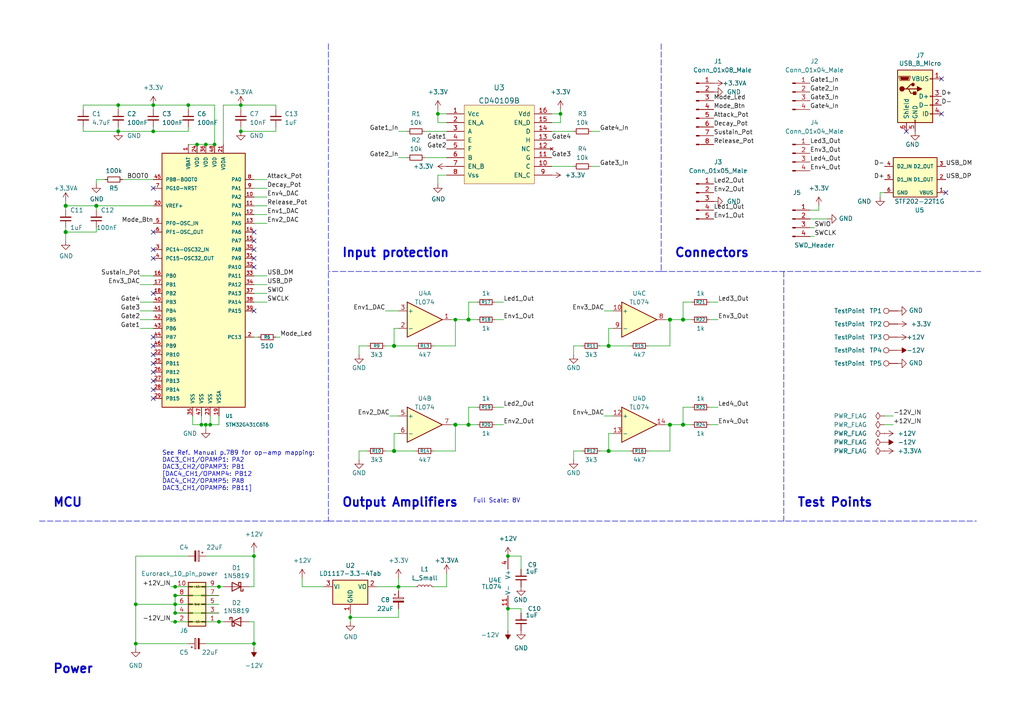
<source format=kicad_sch>
(kicad_sch (version 20230121) (generator eeschema)
  (paper "A4")
  (title_block (title "QuadEnv") (date "2023-03-09") (rev "2.0") (company "Mountjoy Modular"))
  (junction (at 19.05 59.69) (diameter 1.016))
  (junction (at 147.32 161.29))
  (junction (at 135.89 123.19) (diameter 1.016))
  (junction (at 34.29 30.48))
  (junction (at 54.61 30.48))
  (junction (at 69.85 38.1))
  (junction (at 135.89 92.71) (diameter 1.016))
  (junction (at 60.96 123.19))
  (junction (at 50.8 177.8))
  (junction (at 63.5 170.18))
  (junction (at 57.15 41.91))
  (junction (at 115.57 170.18))
  (junction (at 50.8 180.34))
  (junction (at 50.8 170.18))
  (junction (at 58.42 123.19))
  (junction (at 27.94 59.69) (diameter 1.016))
  (junction (at 39.37 186.69))
  (junction (at 132.08 92.71) (diameter 0.9144))
  (junction (at 59.69 123.19))
  (junction (at 44.45 38.1))
  (junction (at 59.69 41.91))
  (junction (at 50.8 175.26))
  (junction (at 34.29 38.1))
  (junction (at 73.66 161.29))
  (junction (at 69.85 30.48))
  (junction (at 39.37 175.26))
  (junction (at 50.8 172.72))
  (junction (at 176.53 130.81) (diameter 1.016))
  (junction (at 132.08 123.19) (diameter 1.016))
  (junction (at 194.31 123.19) (diameter 1.016))
  (junction (at 127 33.02))
  (junction (at 62.23 41.91))
  (junction (at 44.45 30.48))
  (junction (at 101.6 179.07))
  (junction (at 176.53 100.33) (diameter 1.016))
  (junction (at 19.05 67.31) (diameter 1.016))
  (junction (at 73.66 186.69))
  (junction (at 162.56 33.02))
  (junction (at 147.32 176.53))
  (junction (at 194.31 92.71) (diameter 1.016))
  (junction (at 114.3 100.33) (diameter 1.016))
  (junction (at 198.12 92.71) (diameter 1.016))
  (junction (at 63.5 180.34))
  (junction (at 114.3 130.81) (diameter 1.016))
  (junction (at 198.12 123.19) (diameter 1.016))
  (no_connect (at 44.45 85.09))
  (no_connect (at 44.45 74.93))
  (no_connect (at 73.66 74.93))
  (no_connect (at 44.45 97.79))
  (no_connect (at 44.45 102.87))
  (no_connect (at 73.66 72.39))
  (no_connect (at 44.45 107.95))
  (no_connect (at 274.32 55.88))
  (no_connect (at 73.66 67.31))
  (no_connect (at 44.45 67.31))
  (no_connect (at 44.45 110.49))
  (no_connect (at 44.45 100.33))
  (no_connect (at 273.05 22.86))
  (no_connect (at 44.45 105.41))
  (no_connect (at 273.05 33.02))
  (no_connect (at 73.66 69.85))
  (no_connect (at 44.45 113.03))
  (no_connect (at 73.66 77.47))
  (no_connect (at 44.45 54.61))
  (no_connect (at 73.66 90.17))
  (no_connect (at 44.45 72.39))
  (no_connect (at 262.89 38.1))
  (no_connect (at 44.45 115.57))
  (wire (pts (xy 198.12 118.11) (xy 198.12 123.19)))
  (wire (pts (xy 19.05 58.42) (xy 19.05 59.69)))
  (wire (pts (xy 162.56 33.02) (xy 160.02 33.02)))
  (wire (pts (xy 187.96 100.33) (xy 194.31 100.33)))
  (wire (pts (xy 73.66 57.15) (xy 77.47 57.15)))
  (wire (pts (xy 81.28 97.79) (xy 80.01 97.79)))
  (wire (pts (xy 73.66 52.07) (xy 77.47 52.07)))
  (wire (pts (xy 177.8 90.17) (xy 175.26 90.17)))
  (wire (pts (xy 166.37 48.26) (xy 160.02 48.26)))
  (wire (pts (xy 27.94 52.07) (xy 30.48 52.07)))
  (wire (pts (xy 198.12 118.11) (xy 200.66 118.11)))
  (wire (pts (xy 198.12 123.19) (xy 200.66 123.19)))
  (wire (pts (xy 19.05 67.31) (xy 19.05 69.85)))
  (wire (pts (xy 143.51 118.11) (xy 146.05 118.11)))
  (wire (pts (xy 59.69 41.91) (xy 62.23 41.91)))
  (wire (pts (xy 24.13 30.48) (xy 34.29 30.48)))
  (wire (pts (xy 59.69 123.19) (xy 59.69 124.46)))
  (wire (pts (xy 123.19 38.1) (xy 129.54 38.1)))
  (wire (pts (xy 115.57 45.72) (xy 118.11 45.72)))
  (wire (pts (xy 166.37 38.1) (xy 160.02 38.1)))
  (wire (pts (xy 193.04 92.71) (xy 194.31 92.71)))
  (wire (pts (xy 114.3 95.25) (xy 115.57 95.25)))
  (wire (pts (xy 205.74 118.11) (xy 208.28 118.11)))
  (wire (pts (xy 35.56 52.07) (xy 44.45 52.07)))
  (wire (pts (xy 62.23 41.91) (xy 62.23 30.48)))
  (wire (pts (xy 130.81 123.19) (xy 132.08 123.19)))
  (wire (pts (xy 34.29 30.48) (xy 34.29 31.75)))
  (wire (pts (xy 135.89 87.63) (xy 138.43 87.63)))
  (wire (pts (xy 55.88 120.65) (xy 55.88 123.19)))
  (wire (pts (xy 73.66 85.09) (xy 77.47 85.09)))
  (wire (pts (xy 129.54 35.56) (xy 127 35.56)))
  (polyline (pts (xy 95.25 151.13) (xy 283.21 151.13)) (stroke (width 0) (type dash)))
  (wire (pts (xy 73.66 62.23) (xy 77.47 62.23)))
  (wire (pts (xy 39.37 187.96) (xy 39.37 186.69)))
  (wire (pts (xy 104.14 100.33) (xy 104.14 102.87)))
  (wire (pts (xy 54.61 36.83) (xy 54.61 38.1)))
  (wire (pts (xy 173.99 100.33) (xy 176.53 100.33)))
  (wire (pts (xy 24.13 36.83) (xy 24.13 38.1)))
  (wire (pts (xy 104.14 130.81) (xy 104.14 133.35)))
  (wire (pts (xy 135.89 118.11) (xy 135.89 123.19)))
  (wire (pts (xy 115.57 176.53) (xy 115.57 179.07)))
  (wire (pts (xy 63.5 172.72) (xy 50.8 172.72)))
  (wire (pts (xy 132.08 92.71) (xy 135.89 92.71)))
  (wire (pts (xy 69.85 36.83) (xy 69.85 38.1)))
  (wire (pts (xy 24.13 31.75) (xy 24.13 30.48)))
  (wire (pts (xy 173.99 130.81) (xy 176.53 130.81)))
  (wire (pts (xy 73.66 180.34) (xy 73.66 186.69)))
  (wire (pts (xy 127 53.34) (xy 127 50.8)))
  (wire (pts (xy 72.39 180.34) (xy 73.66 180.34)))
  (wire (pts (xy 50.8 175.26) (xy 50.8 177.8)))
  (wire (pts (xy 135.89 87.63) (xy 135.89 92.71)))
  (wire (pts (xy 166.37 130.81) (xy 166.37 133.35)))
  (wire (pts (xy 80.01 36.83) (xy 80.01 38.1)))
  (wire (pts (xy 87.63 167.64) (xy 87.63 170.18)))
  (wire (pts (xy 19.05 66.04) (xy 19.05 67.31)))
  (wire (pts (xy 69.85 31.75) (xy 69.85 30.48)))
  (wire (pts (xy 80.01 31.75) (xy 80.01 30.48)))
  (wire (pts (xy 255.27 55.88) (xy 256.54 55.88)))
  (wire (pts (xy 205.74 123.19) (xy 208.28 123.19)))
  (wire (pts (xy 127 31.75) (xy 127 33.02)))
  (wire (pts (xy 63.5 177.8) (xy 50.8 177.8)))
  (wire (pts (xy 135.89 123.19) (xy 138.43 123.19)))
  (wire (pts (xy 176.53 130.81) (xy 176.53 125.73)))
  (wire (pts (xy 73.66 160.02) (xy 73.66 161.29)))
  (wire (pts (xy 39.37 175.26) (xy 39.37 186.69)))
  (wire (pts (xy 234.95 63.5) (xy 240.03 63.5)))
  (wire (pts (xy 193.04 123.19) (xy 194.31 123.19)))
  (wire (pts (xy 114.3 130.81) (xy 120.65 130.81)))
  (wire (pts (xy 151.13 176.53) (xy 147.32 176.53)))
  (wire (pts (xy 34.29 38.1) (xy 44.45 38.1)))
  (wire (pts (xy 205.74 92.71) (xy 208.28 92.71)))
  (wire (pts (xy 44.45 30.48) (xy 44.45 31.75)))
  (wire (pts (xy 127 33.02) (xy 129.54 33.02)))
  (wire (pts (xy 101.6 179.07) (xy 101.6 180.34)))
  (wire (pts (xy 176.53 125.73) (xy 177.8 125.73)))
  (wire (pts (xy 39.37 175.26) (xy 50.8 175.26)))
  (wire (pts (xy 173.99 38.1) (xy 171.45 38.1)))
  (wire (pts (xy 114.3 100.33) (xy 114.3 95.25)))
  (wire (pts (xy 147.32 176.53) (xy 147.32 182.88)))
  (wire (pts (xy 40.64 87.63) (xy 44.45 87.63)))
  (wire (pts (xy 73.66 170.18) (xy 73.66 161.29)))
  (wire (pts (xy 176.53 100.33) (xy 182.88 100.33)))
  (wire (pts (xy 194.31 123.19) (xy 198.12 123.19)))
  (wire (pts (xy 27.94 59.69) (xy 27.94 60.96)))
  (wire (pts (xy 27.94 53.34) (xy 27.94 52.07)))
  (wire (pts (xy 127 35.56) (xy 127 33.02)))
  (wire (pts (xy 73.66 80.01) (xy 77.47 80.01)))
  (wire (pts (xy 234.95 66.04) (xy 236.22 66.04)))
  (wire (pts (xy 19.05 59.69) (xy 27.94 59.69)))
  (wire (pts (xy 44.45 38.1) (xy 54.61 38.1)))
  (wire (pts (xy 44.45 36.83) (xy 44.45 38.1)))
  (wire (pts (xy 151.13 161.29) (xy 151.13 165.1)))
  (wire (pts (xy 115.57 38.1) (xy 118.11 38.1)))
  (wire (pts (xy 73.66 64.77) (xy 77.47 64.77)))
  (wire (pts (xy 57.15 41.91) (xy 59.69 41.91)))
  (wire (pts (xy 132.08 130.81) (xy 132.08 123.19)))
  (wire (pts (xy 73.66 54.61) (xy 77.47 54.61)))
  (wire (pts (xy 114.3 130.81) (xy 114.3 125.73)))
  (wire (pts (xy 40.64 80.01) (xy 44.45 80.01)))
  (wire (pts (xy 234.95 60.96) (xy 237.49 60.96)))
  (wire (pts (xy 34.29 36.83) (xy 34.29 38.1)))
  (wire (pts (xy 143.51 92.71) (xy 146.05 92.71)))
  (wire (pts (xy 104.14 100.33) (xy 106.68 100.33)))
  (wire (pts (xy 111.76 100.33) (xy 114.3 100.33)))
  (wire (pts (xy 40.64 92.71) (xy 44.45 92.71)))
  (wire (pts (xy 236.22 68.58) (xy 234.95 68.58)))
  (wire (pts (xy 60.96 123.19) (xy 63.5 123.19)))
  (wire (pts (xy 132.08 100.33) (xy 132.08 92.71)))
  (wire (pts (xy 64.77 41.91) (xy 64.77 30.48)))
  (wire (pts (xy 27.94 59.69) (xy 44.45 59.69)))
  (wire (pts (xy 130.81 92.71) (xy 132.08 92.71)))
  (polyline (pts (xy 11.43 151.13) (xy 95.25 151.13)) (stroke (width 0) (type dash)))
  (wire (pts (xy 109.22 170.18) (xy 115.57 170.18)))
  (wire (pts (xy 198.12 87.63) (xy 200.66 87.63)))
  (wire (pts (xy 64.77 30.48) (xy 69.85 30.48)))
  (wire (pts (xy 24.13 38.1) (xy 34.29 38.1)))
  (wire (pts (xy 44.45 82.55) (xy 40.64 82.55)))
  (wire (pts (xy 40.64 90.17) (xy 44.45 90.17)))
  (wire (pts (xy 132.08 123.19) (xy 135.89 123.19)))
  (wire (pts (xy 63.5 180.34) (xy 64.77 180.34)))
  (wire (pts (xy 58.42 120.65) (xy 58.42 123.19)))
  (wire (pts (xy 143.51 123.19) (xy 146.05 123.19)))
  (wire (pts (xy 49.53 180.34) (xy 50.8 180.34)))
  (wire (pts (xy 198.12 87.63) (xy 198.12 92.71)))
  (wire (pts (xy 50.8 180.34) (xy 63.5 180.34)))
  (polyline (pts (xy 191.77 12.7) (xy 191.77 78.74)) (stroke (width 0) (type dash)))
  (wire (pts (xy 50.8 170.18) (xy 63.5 170.18)))
  (wire (pts (xy 55.88 123.19) (xy 58.42 123.19)))
  (wire (pts (xy 54.61 30.48) (xy 62.23 30.48)))
  (wire (pts (xy 69.85 30.48) (xy 80.01 30.48)))
  (wire (pts (xy 177.8 120.65) (xy 175.26 120.65)))
  (wire (pts (xy 49.53 170.18) (xy 50.8 170.18)))
  (wire (pts (xy 194.31 100.33) (xy 194.31 92.71)))
  (wire (pts (xy 115.57 170.18) (xy 120.65 170.18)))
  (wire (pts (xy 111.76 130.81) (xy 114.3 130.81)))
  (wire (pts (xy 60.96 120.65) (xy 60.96 123.19)))
  (wire (pts (xy 176.53 95.25) (xy 177.8 95.25)))
  (wire (pts (xy 19.05 67.31) (xy 27.94 67.31)))
  (wire (pts (xy 39.37 161.29) (xy 39.37 175.26)))
  (wire (pts (xy 63.5 170.18) (xy 64.77 170.18)))
  (wire (pts (xy 59.69 186.69) (xy 73.66 186.69)))
  (wire (pts (xy 87.63 170.18) (xy 93.98 170.18)))
  (wire (pts (xy 39.37 161.29) (xy 54.61 161.29)))
  (wire (pts (xy 160.02 35.56) (xy 162.56 35.56)))
  (wire (pts (xy 101.6 177.8) (xy 101.6 179.07)))
  (wire (pts (xy 111.76 90.17) (xy 115.57 90.17)))
  (wire (pts (xy 101.6 179.07) (xy 115.57 179.07)))
  (wire (pts (xy 115.57 120.65) (xy 113.03 120.65)))
  (wire (pts (xy 104.14 130.81) (xy 106.68 130.81)))
  (polyline (pts (xy 227.33 78.74) (xy 227.33 151.13)) (stroke (width 0) (type dash)))
  (wire (pts (xy 125.73 130.81) (xy 132.08 130.81)))
  (wire (pts (xy 176.53 100.33) (xy 176.53 95.25)))
  (wire (pts (xy 135.89 92.71) (xy 138.43 92.71)))
  (polyline (pts (xy 191.77 78.74) (xy 95.25 78.74)) (stroke (width 0) (type dash)))
  (wire (pts (xy 162.56 35.56) (xy 162.56 33.02)))
  (wire (pts (xy 151.13 176.53) (xy 151.13 177.8)))
  (wire (pts (xy 50.8 175.26) (xy 63.5 175.26)))
  (wire (pts (xy 129.54 170.18) (xy 129.54 166.37)))
  (wire (pts (xy 125.73 170.18) (xy 129.54 170.18)))
  (wire (pts (xy 50.8 172.72) (xy 50.8 175.26)))
  (wire (pts (xy 115.57 171.45) (xy 115.57 170.18)))
  (wire (pts (xy 147.32 161.29) (xy 151.13 161.29)))
  (wire (pts (xy 198.12 92.71) (xy 200.66 92.71)))
  (wire (pts (xy 187.96 130.81) (xy 194.31 130.81)))
  (wire (pts (xy 194.31 92.71) (xy 198.12 92.71)))
  (wire (pts (xy 166.37 130.81) (xy 168.91 130.81)))
  (wire (pts (xy 162.56 31.75) (xy 162.56 33.02)))
  (polyline (pts (xy 95.25 12.7) (xy 95.25 151.13)) (stroke (width 0) (type dash)))
  (wire (pts (xy 143.51 87.63) (xy 146.05 87.63)))
  (wire (pts (xy 166.37 100.33) (xy 166.37 102.87)))
  (wire (pts (xy 44.45 30.48) (xy 54.61 30.48)))
  (wire (pts (xy 173.99 48.26) (xy 171.45 48.26)))
  (wire (pts (xy 166.37 100.33) (xy 168.91 100.33)))
  (wire (pts (xy 237.49 60.96) (xy 237.49 59.69)))
  (wire (pts (xy 27.94 66.04) (xy 27.94 67.31)))
  (wire (pts (xy 40.64 95.25) (xy 44.45 95.25)))
  (wire (pts (xy 205.74 87.63) (xy 208.28 87.63)))
  (wire (pts (xy 54.61 41.91) (xy 57.15 41.91)))
  (wire (pts (xy 255.27 57.15) (xy 255.27 55.88)))
  (wire (pts (xy 34.29 30.48) (xy 44.45 30.48)))
  (wire (pts (xy 74.93 97.79) (xy 73.66 97.79)))
  (wire (pts (xy 63.5 120.65) (xy 63.5 123.19)))
  (wire (pts (xy 59.69 161.29) (xy 73.66 161.29)))
  (wire (pts (xy 176.53 130.81) (xy 182.88 130.81)))
  (wire (pts (xy 73.66 59.69) (xy 77.47 59.69)))
  (wire (pts (xy 259.08 123.19) (xy 256.54 123.19)))
  (wire (pts (xy 72.39 170.18) (xy 73.66 170.18)))
  (wire (pts (xy 194.31 130.81) (xy 194.31 123.19)))
  (wire (pts (xy 127 50.8) (xy 129.54 50.8)))
  (wire (pts (xy 59.69 123.19) (xy 60.96 123.19)))
  (wire (pts (xy 73.66 82.55) (xy 77.47 82.55)))
  (wire (pts (xy 69.85 38.1) (xy 80.01 38.1)))
  (wire (pts (xy 58.42 123.19) (xy 59.69 123.19)))
  (wire (pts (xy 259.08 120.65) (xy 256.54 120.65)))
  (wire (pts (xy 73.66 186.69) (xy 73.66 187.96)))
  (wire (pts (xy 114.3 125.73) (xy 115.57 125.73)))
  (wire (pts (xy 123.19 45.72) (xy 129.54 45.72)))
  (polyline (pts (xy 191.77 78.74) (xy 284.48 78.74)) (stroke (width 0) (type dash)))
  (wire (pts (xy 114.3 100.33) (xy 120.65 100.33)))
  (wire (pts (xy 73.66 87.63) (xy 77.47 87.63)))
  (wire (pts (xy 39.37 186.69) (xy 54.61 186.69)))
  (wire (pts (xy 125.73 100.33) (xy 132.08 100.33)))
  (wire (pts (xy 19.05 60.96) (xy 19.05 59.69)))
  (wire (pts (xy 54.61 30.48) (xy 54.61 31.75)))
  (wire (pts (xy 135.89 118.11) (xy 138.43 118.11)))
  (wire (pts (xy 115.57 167.64) (xy 115.57 170.18)))
  (text "See Ref. Manual p.789 for op-amp mapping:\nDAC3_CH1/OPAMP1: PA2\nDAC3_CH2/OPAMP3: PB1\n[DAC4_CH1/OPAMP4: PB12\nDAC4_CH2/OPAMP5: PA8\nDAC3_CH1/OPAMP6: PB11]\n\n\n\n" (at 46.99 148.59 0) (effects (font (size 1.27 1.27)) (justify left bottom)))
  (text "Full Scale: 8V" (at 137.16 146.05 0) (effects (font (size 1.27 1.27)) (justify left bottom)))
  (text "Output Amplifiers" (at 99.06 147.32 0) (effects (font (size 2.54 2.54) (thickness 0.508) bold) (justify left bottom)))
  (text "MCU" (at 15.24 147.32 0) (effects (font (size 2.54 2.54) (thickness 0.508) bold) (justify left bottom)))
  (text "Power" (at 15.24 195.58 0) (effects (font (size 2.54 2.54) (thickness 0.508) bold) (justify left bottom)))
  (text "Test Points" (at 231.14 147.32 0) (effects (font (size 2.54 2.54) (thickness 0.508) bold) (justify left bottom)))
  (text "Connectors" (at 195.58 74.93 0) (effects (font (size 2.54 2.54) (thickness 0.508) bold) (justify left bottom)))
  (text "Input protection" (at 99.06 74.93 0) (effects (font (size 2.54 2.54) (thickness 0.508) bold) (justify left bottom)))
  (label "Gate2" (at 129.54 43.18 180))
  (label "Led2_Out" (at 207.01 53.34 0))
  (label "-12V_IN" (at 49.53 180.34 180))
  (label "SWCLK" (at 236.22 68.58 0))
  (label "Mode_Btn" (at 44.45 64.77 180))
  (label "Mode_Btn" (at 207.01 31.75 0))
  (label "Env3_Out" (at 208.28 92.71 0))
  (label "Env3_DAC" (at 175.26 90.17 180))
  (label "USB_DP" (at 274.32 52.07 0))
  (label "Env2_Out" (at 207.01 55.88 0))
  (label "Gate2_In" (at 115.57 45.72 180))
  (label "Led3_Out" (at 208.28 87.63 0))
  (label "Gate2_In" (at 234.95 26.67 0))
  (label "Attack_Pot" (at 77.47 52.07 0))
  (label "Env1_DAC" (at 111.76 90.17 180))
  (label "Decay_Pot" (at 77.47 54.61 0))
  (label "SWCLK" (at 77.47 87.63 0))
  (label "Decay_Pot" (at 207.01 36.83 0))
  (label "Led4_Out" (at 234.95 46.99 0))
  (label "Gate1_In" (at 234.95 24.13 0))
  (label "Env1_DAC" (at 77.47 62.23 0))
  (label "Env2_DAC" (at 113.03 120.65 180))
  (label "Led3_Out" (at 234.95 41.91 0))
  (label "D+" (at 256.54 52.07 180))
  (label "USB_DP" (at 77.47 82.55 0))
  (label "Led2_Out" (at 146.05 118.11 0))
  (label "USB_DM" (at 274.32 48.26 0))
  (label "USB_DM" (at 77.47 80.01 0))
  (label "Gate1" (at 40.64 95.25 180))
  (label "Led1_Out" (at 146.05 87.63 0))
  (label "Attack_Pot" (at 207.01 34.29 0))
  (label "Release_Pot" (at 207.01 41.91 0))
  (label "-12V_IN" (at 259.08 120.65 0))
  (label "Env1_Out" (at 207.01 63.5 0))
  (label "Sustain_Pot" (at 40.64 80.01 180))
  (label "Env2_Out" (at 146.05 123.19 0))
  (label "D+" (at 273.05 27.94 0))
  (label "Gate1_In" (at 115.57 38.1 180))
  (label "Gate3" (at 40.64 90.17 180))
  (label "D-" (at 256.54 48.26 180))
  (label "Gate2" (at 40.64 92.71 180))
  (label "Release_Pot" (at 77.47 59.69 0))
  (label "Gate4_In" (at 234.95 31.75 0))
  (label "Gate3_In" (at 173.99 48.26 0))
  (label "SWIO" (at 77.47 85.09 0))
  (label "Led4_Out" (at 208.28 118.11 0))
  (label "Mode_Led" (at 81.28 97.79 0))
  (label "Gate4_In" (at 173.99 38.1 0))
  (label "Env4_Out" (at 234.95 49.53 0))
  (label "Env3_DAC" (at 40.64 82.55 180))
  (label "Env1_Out" (at 146.05 92.71 0))
  (label "Gate4" (at 160.02 40.64 0))
  (label "Env4_Out" (at 208.28 123.19 0))
  (label "Led1_Out" (at 207.01 60.96 0))
  (label "SWIO" (at 236.22 66.04 0))
  (label "Gate3_In" (at 234.95 29.21 0))
  (label "D-" (at 273.05 30.48 0))
  (label "BOOT0" (at 36.83 52.07 0))
  (label "Env2_DAC" (at 77.47 64.77 0))
  (label "Mode_Led" (at 207.01 29.21 0))
  (label "+12V_IN" (at 259.08 123.19 0))
  (label "Env3_Out" (at 234.95 44.45 0))
  (label "Gate1" (at 129.54 40.64 180))
  (label "+12V_IN" (at 49.53 170.18 180))
  (label "Env4_DAC" (at 77.47 57.15 0))
  (label "Gate4" (at 40.64 87.63 180))
  (label "Gate3" (at 160.02 45.72 0))
  (label "Sustain_Pot" (at 207.01 39.37 0))
  (label "Env4_DAC" (at 175.26 120.65 180))
  (symbol (lib_id "Amplifier_Operational:TL074") (at 185.42 123.19 0) (unit 4)
    (property "Reference" "U4" (at 185.42 115.57 0))
    (property "Value" "TL074" (at 185.42 118.11 0))
    (property "Footprint" "Package_SO:SOIC-14_3.9x8.7mm_P1.27mm" (effects hide))
    (property "Datasheet" "http://www.ti.com/lit/ds/symlink/tl071.pdf" (effects hide))
  )
  (symbol (lib_id "Device:C_Small") (at 24.13 34.29 0) (unit 1)
    (property "Reference" "C1" (at 26.67 33.0262 0) (effects (justify left)))
    (property "Value" "4.7uF" (at 26.67 35.5662 0) (effects (justify left)))
    (property "Footprint" "Capacitor_SMD:C_0603_1608Metric" (effects hide))
  )
  (symbol (lib_id "Amplifier_Operational:TL074") (at 123.19 92.71 0) (unit 1)
    (property "Reference" "U4" (at 123.19 85.09 0))
    (property "Value" "TL074" (at 123.19 87.63 0))
    (property "Footprint" "Package_SO:SOIC-14_3.9x8.7mm_P1.27mm" (effects hide))
    (property "Datasheet" "http://www.ti.com/lit/ds/symlink/tl071.pdf" (effects hide))
  )
  (symbol (lib_id "power:GND") (at 69.85 38.1 0) (unit 1)
    (property "Reference" "#PWR014" (effects hide))
    (property "Value" "GND" (at 72.39 39.3699 0) (effects (justify left)))
  )
  (symbol (lib_id "Device:C_Small") (at 151.13 180.34 180) (unit 1)
    (property "Reference" "C10" (at 153.035 176.53 0) (effects (justify right)))
    (property "Value" "1uF" (at 152.4 178.435 0) (effects (justify right)))
    (property "Footprint" "Capacitor_SMD:C_0603_1608Metric" (effects hide))
  )
  (symbol (lib_id "Device:R_Small") (at 33.02 52.07 90) (unit 1)
    (property "Reference" "R5" (at 33.02 54.61 90))
    (property "Value" "100k" (at 33.02 49.53 90))
    (property "Footprint" "Resistor_SMD:R_0603_1608Metric" (effects hide))
    (property "Part_Number" "C25803" (effects hide))
  )
  (symbol (lib_id "Device:C_Small") (at 151.13 167.64 180) (unit 1)
    (property "Reference" "C9" (at 153.035 163.83 0) (effects (justify right)))
    (property "Value" "1uF" (at 152.4 165.735 0) (effects (justify right)))
    (property "Footprint" "Capacitor_SMD:C_0603_1608Metric" (effects hide))
  )
  (symbol (lib_id "Device:R_Small") (at 123.19 130.81 270) (mirror x) (unit 1)
    (property "Reference" "R14" (at 123.19 130.81 90) (effects (font (size 0.9 0.9))))
    (property "Value" "4k7" (at 123.19 133.35 90))
    (property "Footprint" "Resistor_SMD:R_0603_1608Metric" (effects hide))
    (property "Part_Number" "C23162" (effects hide))
  )
  (symbol (lib_id "power:GND") (at 255.27 57.15 0) (unit 1)
    (property "Reference" "#PWR03" (effects hide))
    (property "Value" "GND" (at 252.73 58.4199 0) (effects (justify right)))
  )
  (symbol (lib_id "Device:R_Small") (at 203.2 123.19 90) (unit 1)
    (property "Reference" "R24" (at 203.2 123.19 90) (effects (font (size 0.9 0.9))))
    (property "Value" "1k" (at 203.2 125.73 90))
    (property "Footprint" "Resistor_SMD:R_0603_1608Metric" (effects hide))
    (property "Part_Number" "C21190" (effects hide))
  )
  (symbol (lib_id "Device:C_Polarized_Small") (at 57.15 161.29 270) (unit 1)
    (property "Reference" "C4" (at 53.34 158.75 90))
    (property "Value" "22uF" (at 62.23 158.75 90))
    (property "Footprint" "Capacitor_SMD:CP_Elec_4x5.8" (effects hide))
    (property "Part_Number" "C134798" (effects hide))
    (property "Rotation" "360" (effects hide))
  )
  (symbol (lib_id "Device:C_Small") (at 69.85 34.29 0) (unit 1)
    (property "Reference" "C7" (at 72.39 33.0262 0) (effects (justify left)))
    (property "Value" "10nF" (at 72.39 35.5662 0) (effects (justify left)))
    (property "Footprint" "Capacitor_SMD:C_0603_1608Metric" (effects hide))
  )
  (symbol (lib_id "Device:C_Small") (at 34.29 34.29 0) (unit 1)
    (property "Reference" "C2" (at 36.83 33.0262 0) (effects (justify left)))
    (property "Value" "100nF" (at 36.83 35.5662 0) (effects (justify left)))
    (property "Footprint" "Capacitor_SMD:C_0603_1608Metric" (effects hide))
  )
  (symbol (lib_id "Device:C_Small") (at 19.05 63.5 180) (unit 1)
    (property "Reference" "C11" (at 20.32 60.9599 0) (effects (justify right)))
    (property "Value" "1uF" (at 20.32 66.0399 0) (effects (justify right)))
    (property "Footprint" "Capacitor_SMD:C_0603_1608Metric" (effects hide))
    (property "Part_Number" "C15849" (effects hide))
  )
  (symbol (lib_id "Connector:Conn_01x05_Pin") (at 201.93 58.42 0) (unit 1)
    (property "Reference" "J3" (at 208.28 46.99 0))
    (property "Value" "Conn_01x05_Male" (at 208.28 49.53 0))
    (property "Footprint" "Connector_PinHeader_2.54mm:PinHeader_1x05_P2.54mm_Vertical" (effects hide))
  )
  (symbol (lib_id "Device:R_Small") (at 109.22 130.81 270) (unit 1)
    (property "Reference" "R10" (at 109.22 130.81 90) (effects (font (size 0.9 0.9))))
    (property "Value" "3k3" (at 109.22 133.35 90))
    (property "Footprint" "Resistor_SMD:R_0603_1608Metric" (effects hide))
    (property "Part_Number" "C22978" (effects hide))
  )
  (symbol (lib_id "power:+3.3VA") (at 19.05 58.42 0) (unit 1)
    (property "Reference" "#PWR023" (effects hide))
    (property "Value" "+3.3VA" (at 19.05 54.61 0))
  )
  (symbol (lib_id "power:GND") (at 151.13 170.18 0) (unit 1)
    (property "Reference" "#PWR031" (effects hide))
    (property "Value" "GND" (at 153.035 173.99 0) (effects (justify right)))
  )
  (symbol (lib_id "power:PWR_FLAG") (at 256.54 128.27 90) (mirror x) (unit 1)
    (property "Reference" "#FLG04" (effects hide))
    (property "Value" "PWR_FLAG" (at 251.46 128.2699 90) (effects (justify left)))
  )
  (symbol (lib_id "Device:R_Small") (at 120.65 38.1 90) (unit 1)
    (property "Reference" "R1" (at 120.65 33.02 90))
    (property "Value" "10k" (at 120.65 35.56 90))
    (property "Footprint" "Resistor_SMD:R_0603_1608Metric" (effects hide))
    (property "Part_Number" "C23162" (effects hide))
  )
  (symbol (lib_id "Device:R_Small") (at 203.2 92.71 90) (unit 1)
    (property "Reference" "R22" (at 203.2 92.71 90) (effects (font (size 0.9 0.9))))
    (property "Value" "1k" (at 203.2 95.25 90))
    (property "Footprint" "Resistor_SMD:R_0603_1608Metric" (effects hide))
    (property "Part_Number" "C21190" (effects hide))
  )
  (symbol (lib_id "Device:R_Small") (at 168.91 48.26 90) (unit 1)
    (property "Reference" "R4" (at 168.91 43.18 90))
    (property "Value" "10k" (at 168.91 45.72 90))
    (property "Footprint" "Resistor_SMD:R_0603_1608Metric" (effects hide))
    (property "Part_Number" "C23162" (effects hide))
  )
  (symbol (lib_id "power:GND") (at 127 53.34 0) (unit 1)
    (property "Reference" "#PWR019" (effects hide))
    (property "Value" "GND" (at 127.127 57.7342 0))
  )
  (symbol (lib_id "Device:R_Small") (at 171.45 100.33 270) (unit 1)
    (property "Reference" "R11" (at 171.45 100.33 90) (effects (font (size 0.9 0.9))))
    (property "Value" "3k3" (at 171.45 102.87 90))
    (property "Footprint" "Resistor_SMD:R_0603_1608Metric" (effects hide))
    (property "Part_Number" "C22978" (effects hide))
  )
  (symbol (lib_id "Device:C_Polarized_Small") (at 115.57 173.99 0) (unit 1)
    (property "Reference" "C8" (at 111.76 173.99 0))
    (property "Value" "22uF" (at 111.76 176.53 0))
    (property "Footprint" "Capacitor_SMD:CP_Elec_4x5.8" (effects hide))
    (property "Part_Number" "C134793" (effects hide))
    (property "Rotation" "180" (effects hide))
  )
  (symbol (lib_id "power:+12V") (at 256.54 125.73 270) (unit 1)
    (property "Reference" "#PWR041" (effects hide))
    (property "Value" "+12V" (at 260.35 125.7299 90) (effects (justify left)))
  )
  (symbol (lib_id "STM32:STM32G431C6T6") (at 59.69 77.47 0) (unit 1)
    (property "Reference" "U1" (at 65.3797 120.65 0) (effects (font (size 1.016 1.016)) (justify left)))
    (property "Value" "STM32G431C6T6" (at 65.3797 123.19 0) (effects (font (size 1.016 1.016)) (justify left)))
    (property "Footprint" "Package_QFP:LQFP-48_7x7mm_P0.5mm" (effects hide))
    (property "MANUFACTURER" "STMicroelectronics" (effects hide))
    (property "MAXIMUM_PACKAGE_HEIGHT" "0.60mm" (effects hide))
    (property "PARTREV" "4" (effects hide))
    (property "STANDARD" "IPC 7351B" (effects hide))
  )
  (symbol (lib_id "power:+3.3VA") (at 69.85 30.48 0) (unit 1)
    (property "Reference" "#PWR0101" (effects hide))
    (property "Value" "+3.3VA" (at 69.85 26.67 0))
  )
  (symbol (lib_id "power:GND") (at 104.14 133.35 0) (mirror y) (unit 1)
    (property "Reference" "#PWR038" (effects hide))
    (property "Value" "GND" (at 104.14 137.16 0))
  )
  (symbol (lib_id "Device:R_Small") (at 168.91 38.1 90) (unit 1)
    (property "Reference" "R3" (at 168.91 33.02 90))
    (property "Value" "10k" (at 168.91 35.56 90))
    (property "Footprint" "Resistor_SMD:R_0603_1608Metric" (effects hide))
    (property "Part_Number" "C23162" (effects hide))
  )
  (symbol (lib_name "+3.3V_1") (lib_id "power:+3.3V") (at 162.56 31.75 0) (unit 1)
    (property "Reference" "#PWR0109" (effects hide))
    (property "Value" "+3.3V" (at 162.56 26.67 0))
  )
  (symbol (lib_id "Device:R_Small") (at 203.2 118.11 90) (unit 1)
    (property "Reference" "R23" (at 203.2 118.11 90) (effects (font (size 0.9 0.9))))
    (property "Value" "1k" (at 203.2 115.57 90))
    (property "Footprint" "Resistor_SMD:R_0603_1608Metric" (effects hide))
    (property "Part_Number" "C21190" (effects hide))
  )
  (symbol (lib_name "+3.3V_1") (lib_id "power:+3.3V") (at 237.49 59.69 0) (unit 1)
    (property "Reference" "#PWR0104" (effects hide))
    (property "Value" "+3.3V" (at 237.49 54.61 0))
  )
  (symbol (lib_id "Device:R_Small") (at 140.97 118.11 90) (unit 1)
    (property "Reference" "R19" (at 140.97 118.11 90) (effects (font (size 0.9 0.9))))
    (property "Value" "1k" (at 140.97 115.57 90))
    (property "Footprint" "Resistor_SMD:R_0603_1608Metric" (effects hide))
    (property "Part_Number" "C21190" (effects hide))
  )
  (symbol (lib_id "Device:C_Small") (at 44.45 34.29 0) (unit 1)
    (property "Reference" "C3" (at 46.99 33.0262 0) (effects (justify left)))
    (property "Value" "100nF" (at 46.99 35.5662 0) (effects (justify left)))
    (property "Footprint" "Capacitor_SMD:C_0603_1608Metric" (effects hide))
  )
  (symbol (lib_id "Amplifier_Operational:TL074") (at 149.86 168.91 0) (unit 5)
    (property "Reference" "U4" (at 141.605 168.275 0) (effects (justify left)))
    (property "Value" "TL074" (at 139.7 170.18 0) (effects (justify left)))
    (property "Footprint" "Package_SO:SOIC-14_3.9x8.7mm_P1.27mm" (effects hide))
    (property "Datasheet" "http://www.ti.com/lit/ds/symlink/tl071.pdf" (effects hide))
  )
  (symbol (lib_id "power:-12V") (at 256.54 128.27 270) (mirror x) (unit 1)
    (property "Reference" "#PWR042" (effects hide))
    (property "Value" "-12V" (at 260.35 128.2699 90) (effects (justify left)))
  )
  (symbol (lib_name "+3.3V_1") (lib_id "power:+3.3V") (at 127 31.75 0) (unit 1)
    (property "Reference" "#PWR0107" (effects hide))
    (property "Value" "+3.3V" (at 127 26.67 0))
  )
  (symbol (lib_id "power:GND") (at 260.35 90.17 90) (unit 1)
    (property "Reference" "#PWR01" (effects hide))
    (property "Value" "GND" (at 263.6012 90.043 90) (effects (justify right)))
  )
  (symbol (lib_id "Connector:TestPoint") (at 260.35 93.98 90) (unit 1)
    (property "Reference" "TP2" (at 254 93.98 90))
    (property "Value" "TestPoint" (at 246.38 93.98 90))
    (property "Footprint" "Custom_Footprints:1mm_Test_Point" (effects hide))
  )
  (symbol (lib_id "power:GND") (at 101.6 180.34 0) (unit 1)
    (property "Reference" "#PWR016" (effects hide))
    (property "Value" "GND" (at 101.727 184.7342 0))
  )
  (symbol (lib_id "power:GND") (at 59.69 124.46 0) (unit 1)
    (property "Reference" "#PWR010" (effects hide))
    (property "Value" "GND" (at 57.15 125.7299 0) (effects (justify right)))
  )
  (symbol (lib_id "power:+12V") (at 260.35 97.79 270) (unit 1)
    (property "Reference" "#PWR013" (effects hide))
    (property "Value" "+12V" (at 262.89 97.79 90) (effects (justify left)))
  )
  (symbol (lib_id "power:-12V") (at 260.35 101.6 270) (unit 1)
    (property "Reference" "#PWR018" (effects hide))
    (property "Value" "-12V" (at 262.89 101.6 90) (effects (justify left)))
  )
  (symbol (lib_id "Device:C_Small") (at 27.94 63.5 180) (unit 1)
    (property "Reference" "C12" (at 29.21 60.9599 0) (effects (justify right)))
    (property "Value" "100nF" (at 27.94 66.0399 0) (effects (justify right)))
    (property "Footprint" "Capacitor_SMD:C_0603_1608Metric" (effects hide))
    (property "Part_Number" "C14663" (effects hide))
  )
  (symbol (lib_id "power:+12V") (at 147.32 161.29 0) (unit 1)
    (property "Reference" "#PWR029" (effects hide))
    (property "Value" "+12V" (at 147.32 156.21 0))
  )
  (symbol (lib_id "power:GND") (at 104.14 102.87 0) (unit 1)
    (property "Reference" "#PWR037" (effects hide))
    (property "Value" "GND" (at 104.14 106.68 0))
  )
  (symbol (lib_id "Device:R_Small") (at 77.47 97.79 270) (unit 1)
    (property "Reference" "R6" (at 77.47 97.79 90) (effects (font (size 0.9 0.9))))
    (property "Value" "510" (at 77.47 100.33 90))
    (property "Footprint" "Resistor_SMD:R_0603_1608Metric" (effects hide))
    (property "Part_Number" "C22978" (effects hide))
  )
  (symbol (lib_id "Device:L_Small") (at 123.19 170.18 90) (unit 1)
    (property "Reference" "L1" (at 123.19 165.1 90))
    (property "Value" "L_Small" (at 123.19 167.64 90))
    (property "Footprint" "Inductor_SMD:L_0805_2012Metric_Pad1.05x1.20mm_HandSolder" (effects hide))
    (property "Part_Number" "C1046" (effects hide))
  )
  (symbol (lib_id "power:+12V") (at 87.63 167.64 0) (unit 1)
    (property "Reference" "#PWR015" (effects hide))
    (property "Value" "+12V" (at 87.63 162.56 0))
  )
  (symbol (lib_id "Device:C_Polarized_Small") (at 57.15 186.69 90) (unit 1)
    (property "Reference" "C5" (at 53.34 189.23 90))
    (property "Value" "22uF" (at 60.96 189.23 90))
    (property "Footprint" "Capacitor_SMD:CP_Elec_4x5.8" (effects hide))
    (property "Part_Number" "C134793" (effects hide))
    (property "Rotation" "270" (effects hide))
  )
  (symbol (lib_id "Connector:Conn_01x08_Pin") (at 201.93 31.75 0) (unit 1)
    (property "Reference" "J1" (at 208.28 17.78 0))
    (property "Value" "Conn_01x08_Male" (at 209.55 20.32 0))
    (property "Footprint" "Connector_PinHeader_2.54mm:PinHeader_1x08_P2.54mm_Vertical" (effects hide))
  )
  (symbol (lib_id "Device:R_Small") (at 140.97 123.19 90) (unit 1)
    (property "Reference" "R20" (at 140.97 123.19 90) (effects (font (size 0.9 0.9))))
    (property "Value" "1k" (at 140.97 125.73 90))
    (property "Footprint" "Resistor_SMD:R_0603_1608Metric" (effects hide))
    (property "Part_Number" "C21190" (effects hide))
  )
  (symbol (lib_id "Connector:USB_B_Micro") (at 265.43 27.94 0) (unit 1)
    (property "Reference" "J7" (at 266.8778 16.0782 0))
    (property "Value" "USB_B_Micro" (at 266.8778 18.3896 0))
    (property "Footprint" "Custom_Footprints:USB_Micro-B_Amphenol" (effects hide))
  )
  (symbol (lib_id "LD1117-3.3-4Tab:LD1117-3.3-4Tab") (at 101.6 170.18 0) (unit 1)
    (property "Reference" "U2" (at 101.6 164.0332 0))
    (property "Value" "LD1117-3.3-4Tab" (at 101.6 166.3446 0))
    (property "Footprint" "Package_TO_SOT_SMD:SOT-223-3_TabPin2" (effects hide))
    (property "Datasheet" "http://www.diodes.com/datasheets/AP1117.pdf" (effects hide))
  )
  (symbol (lib_id "power:GND") (at 207.01 26.67 90) (mirror x) (unit 1)
    (property "Reference" "#PWR02" (effects hide))
    (property "Value" "GND" (at 210.82 26.67 90) (effects (justify right)))
  )
  (symbol (lib_id "power:GND") (at 240.03 63.5 90) (unit 1)
    (property "Reference" "#PWR06" (effects hide))
    (property "Value" "GND" (at 243.2812 63.373 90) (effects (justify right)))
  )
  (symbol (lib_id "power:+3.3VA") (at 129.54 166.37 0) (unit 1)
    (property "Reference" "#PWR0103" (effects hide))
    (property "Value" "+3.3VA" (at 129.54 162.56 0))
  )
  (symbol (lib_id "Diode:1N5819") (at 68.58 170.18 180) (unit 1)
    (property "Reference" "D1" (at 68.58 164.6936 0))
    (property "Value" "1N5819" (at 68.58 167.005 0))
    (property "Footprint" "Diode_SMD:D_SOD-123" (effects hide))
    (property "Datasheet" "https://datasheet.lcsc.com/szlcsc/Changjiang-Electronics-Tech-CJ-B5819W_C8598.pdf" (effects hide))
    (property "Part_Number" "C8598" (effects hide))
  )
  (symbol (lib_id "power:GND") (at 151.13 182.88 0) (unit 1)
    (property "Reference" "#PWR032" (effects hide))
    (property "Value" "GND" (at 151.13 187.96 0))
  )
  (symbol (lib_id "Device:R_Small") (at 171.45 130.81 270) (unit 1)
    (property "Reference" "R12" (at 171.45 130.81 90) (effects (font (size 0.9 0.9))))
    (property "Value" "3k3" (at 171.45 133.35 90))
    (property "Footprint" "Resistor_SMD:R_0603_1608Metric" (effects hide))
    (property "Part_Number" "C22978" (effects hide))
  )
  (symbol (lib_id "power:GND") (at 166.37 133.35 0) (mirror y) (unit 1)
    (property "Reference" "#PWR040" (effects hide))
    (property "Value" "GND" (at 166.37 137.16 0))
  )
  (symbol (lib_id "power:-12V") (at 73.66 187.96 180) (unit 1)
    (property "Reference" "#PWR012" (effects hide))
    (property "Value" "-12V" (at 73.66 193.04 0))
  )
  (symbol (lib_id "STF202-22T1G:STF202-22T1G") (at 265.43 52.07 0) (unit 1)
    (property "Reference" "U5" (at 266.7 60.96 0))
    (property "Value" "STF202-22T1G" (at 266.7 58.42 0))
    (property "Footprint" "Custom_Footprints:STF202-22T1G" (effects hide))
    (property "MF" "ON Semiconductor" (effects hide))
    (property "DESCRIPTION" "RC (Pi) EMI Filter 2nd Order Low Pass 2 Channel R = 22Ohms, C = 68pF SC-74, SOT-457" (effects hide))
    (property "PACKAGE" "TSOP-6 ON Semiconductor" (effects hide))
    (property "PRICE" "None" (effects hide))
    (property "MP" "STF202-22T1G" (effects hide))
    (property "AVAILABILITY" "In Stock" (effects hide))
    (property "PURCHASE-URL" "https://pricing.snapeda.com/search/part/STF202-22T1G/?ref=eda" (effects hide))
  )
  (symbol (lib_id "power:+3.3VA") (at 256.54 130.81 270) (mirror x) (unit 1)
    (property "Reference" "#PWR0112" (effects hide))
    (property "Value" "+3.3VA" (at 260.35 130.8099 90) (effects (justify left)))
  )
  (symbol (lib_id "Device:R_Small") (at 185.42 130.81 270) (mirror x) (unit 1)
    (property "Reference" "R16" (at 185.42 130.81 90) (effects (font (size 0.9 0.9))))
    (property "Value" "4k7" (at 185.42 133.35 90))
    (property "Footprint" "Resistor_SMD:R_0603_1608Metric" (effects hide))
    (property "Part_Number" "C23162" (effects hide))
  )
  (symbol (lib_id "power:PWR_FLAG") (at 256.54 130.81 90) (mirror x) (unit 1)
    (property "Reference" "#FLG0101" (effects hide))
    (property "Value" "PWR_FLAG" (at 251.46 130.8099 90) (effects (justify left)))
  )
  (symbol (lib_id "Device:R_Small") (at 185.42 100.33 270) (mirror x) (unit 1)
    (property "Reference" "R15" (at 185.42 100.33 90) (effects (font (size 0.9 0.9))))
    (property "Value" "4k7" (at 185.42 102.87 90))
    (property "Footprint" "Resistor_SMD:R_0603_1608Metric" (effects hide))
    (property "Part_Number" "C23162" (effects hide))
  )
  (symbol (lib_id "power:PWR_FLAG") (at 256.54 123.19 90) (mirror x) (unit 1)
    (property "Reference" "#FLG02" (effects hide))
    (property "Value" "PWR_FLAG" (at 251.46 123.1899 90) (effects (justify left)))
  )
  (symbol (lib_id "Amplifier_Operational:TL074") (at 185.42 92.71 0) (unit 3)
    (property "Reference" "U4" (at 185.42 85.09 0))
    (property "Value" "TL074" (at 185.42 87.63 0))
    (property "Footprint" "Package_SO:SOIC-14_3.9x8.7mm_P1.27mm" (effects hide))
    (property "Datasheet" "http://www.ti.com/lit/ds/symlink/tl071.pdf" (effects hide))
  )
  (symbol (lib_id "Connector:TestPoint") (at 260.35 101.6 90) (unit 1)
    (property "Reference" "TP4" (at 254 101.6 90))
    (property "Value" "TestPoint" (at 246.38 101.6 90))
    (property "Footprint" "Custom_Footprints:1mm_Test_Point" (effects hide))
  )
  (symbol (lib_id "power:GND") (at 39.37 187.96 0) (unit 1)
    (property "Reference" "#PWR07" (effects hide))
    (property "Value" "GND" (at 39.37 193.04 0))
  )
  (symbol (lib_id "power:+3.3VA") (at 207.01 24.13 270) (unit 1)
    (property "Reference" "#PWR0102" (effects hide))
    (property "Value" "+3.3VA" (at 209.55 24.13 90) (effects (justify left)))
  )
  (symbol (lib_id "power:+12V") (at 73.66 160.02 0) (unit 1)
    (property "Reference" "#PWR011" (effects hide))
    (property "Value" "+12V" (at 73.66 154.94 0))
  )
  (symbol (lib_id "Connector:TestPoint") (at 260.35 105.41 90) (unit 1)
    (property "Reference" "TP5" (at 254 105.41 90))
    (property "Value" "TestPoint" (at 246.38 105.41 90))
    (property "Footprint" "Custom_Footprints:1mm_Test_Point" (effects hide))
  )
  (symbol (lib_id "Diode:1N5819") (at 68.58 180.34 0) (unit 1)
    (property "Reference" "D2" (at 68.58 174.8536 0))
    (property "Value" "1N5819" (at 68.58 177.165 0))
    (property "Footprint" "Diode_SMD:D_SOD-123" (effects hide))
    (property "Datasheet" "https://datasheet.lcsc.com/szlcsc/Changjiang-Electronics-Tech-CJ-B5819W_C8598.pdf" (effects hide))
    (property "Part_Number" "C8598" (effects hide))
  )
  (symbol (lib_id "Device:R_Small") (at 123.19 100.33 270) (mirror x) (unit 1)
    (property "Reference" "R13" (at 123.19 100.33 90) (effects (font (size 0.9 0.9))))
    (property "Value" "4k7" (at 123.19 102.87 90))
    (property "Footprint" "Resistor_SMD:R_0603_1608Metric" (effects hide))
    (property "Part_Number" "C23162" (effects hide))
  )
  (symbol (lib_id "Device:R_Small") (at 140.97 87.63 90) (unit 1)
    (property "Reference" "R17" (at 140.97 87.63 90) (effects (font (size 0.9 0.9))))
    (property "Value" "1k" (at 140.97 85.09 90))
    (property "Footprint" "Resistor_SMD:R_0603_1608Metric" (effects hide))
    (property "Part_Number" "C21190" (effects hide))
  )
  (symbol (lib_id "Amplifier_Operational:TL074") (at 123.19 123.19 0) (unit 2)
    (property "Reference" "U4" (at 123.19 115.57 0))
    (property "Value" "TL074" (at 123.19 118.11 0))
    (property "Footprint" "Package_SO:SOIC-14_3.9x8.7mm_P1.27mm" (effects hide))
    (property "Datasheet" "http://www.ti.com/lit/ds/symlink/tl071.pdf" (effects hide))
  )
  (symbol (lib_id "Device:R_Small") (at 203.2 87.63 90) (unit 1)
    (property "Reference" "R21" (at 203.2 87.63 90) (effects (font (size 0.9 0.9))))
    (property "Value" "1k" (at 203.2 85.09 90))
    (property "Footprint" "Resistor_SMD:R_0603_1608Metric" (effects hide))
    (property "Part_Number" "C21190" (effects hide))
  )
  (symbol (lib_id "Connector:TestPoint") (at 260.35 90.17 90) (unit 1)
    (property "Reference" "TP1" (at 254 90.17 90))
    (property "Value" "TestPoint" (at 246.38 90.17 90))
    (property "Footprint" "Custom_Footprints:1mm_Test_Point" (effects hide))
  )
  (symbol (lib_id "Connector:Conn_01x04_Pin") (at 229.87 44.45 0) (unit 1)
    (property "Reference" "J4" (at 236.22 35.56 0))
    (property "Value" "Conn_01x04_Male" (at 236.22 38.1 0))
    (property "Footprint" "Connector_PinHeader_2.54mm:PinHeader_1x04_P2.54mm_Vertical" (effects hide))
  )
  (symbol (lib_id "Connector:Conn_01x04_Pin") (at 229.87 63.5 0) (unit 1)
    (property "Reference" "J5" (at 231.14 55.88 0))
    (property "Value" "SWD_Header" (at 236.22 71.12 0))
    (property "Footprint" "Custom_Footprints:SWD_header" (effects hide))
  )
  (symbol (lib_id "power:GND") (at 207.01 58.42 90) (mirror x) (unit 1)
    (property "Reference" "#PWR0113" (effects hide))
    (property "Value" "GND" (at 210.82 58.4199 90) (effects (justify right)))
  )
  (symbol (lib_name "+3.3V_1") (lib_id "power:+3.3V") (at 160.02 50.8 270) (unit 1)
    (property "Reference" "#PWR0110" (effects hide))
    (property "Value" "+3.3V" (at 163.83 50.7999 90) (effects (justify left)))
  )
  (symbol (lib_id "power:GND") (at 166.37 102.87 0) (mirror y) (unit 1)
    (property "Reference" "#PWR039" (effects hide))
    (property "Value" "GND" (at 166.37 106.68 0))
  )
  (symbol (lib_name "+3.3V_1") (lib_id "power:+3.3V") (at 129.54 48.26 90) (unit 1)
    (property "Reference" "#PWR0105" (effects hide))
    (property "Value" "+3.3V" (at 125.73 48.2599 90) (effects (justify left)))
  )
  (symbol (lib_id "CD40109B:CD40109B") (at 151.13 40.64 0) (unit 1)
    (property "Reference" "U3" (at 144.78 25.4 0) (effects (font (size 1.524 1.524))))
    (property "Value" "CD40109B" (at 144.78 29.21 0) (effects (font (size 1.524 1.524))))
    (property "Footprint" "Package_SO:TSSOP-16_4.4x5mm_P0.65mm" (effects hide))
  )
  (symbol (lib_id "Connector:TestPoint") (at 260.35 97.79 90) (unit 1)
    (property "Reference" "TP3" (at 254 97.79 90))
    (property "Value" "TestPoint" (at 246.38 97.79 90))
    (property "Footprint" "Custom_Footprints:1mm_Test_Point" (effects hide))
  )
  (symbol (lib_id "Device:C_Small") (at 80.01 34.29 180) (unit 1)
    (property "Reference" "C13" (at 82.55 33.02 0) (effects (justify right)))
    (property "Value" "1uF" (at 82.55 35.56 0) (effects (justify right)))
    (property "Footprint" "Capacitor_SMD:C_0603_1608Metric" (effects hide))
    (property "Part_Number" "C15849" (effects hide))
  )
  (symbol (lib_id "power:GND") (at 34.29 38.1 0) (unit 1)
    (property "Reference" "#PWR08" (effects hide))
    (property "Value" "GND" (at 36.83 39.3699 0) (effects (justify left)))
  )
  (symbol (lib_id "power:GND") (at 27.94 53.34 0) (unit 1)
    (property "Reference" "#PWR022" (effects hide))
    (property "Value" "GND" (at 28.067 57.7342 0))
  )
  (symbol (lib_id "Device:R_Small") (at 120.65 45.72 90) (unit 1)
    (property "Reference" "R2" (at 120.65 40.64 90))
    (property "Value" "10k" (at 120.65 43.18 90))
    (property "Footprint" "Resistor_SMD:R_0603_1608Metric" (effects hide))
    (property "Part_Number" "C23162" (effects hide))
  )
  (symbol (lib_id "power:GND") (at 260.35 105.41 90) (unit 1)
    (property "Reference" "#PWR020" (effects hide))
    (property "Value" "GND" (at 263.6012 105.283 90) (effects (justify right)))
  )
  (symbol (lib_id "power:PWR_FLAG") (at 256.54 125.73 90) (mirror x) (unit 1)
    (property "Reference" "#FLG03" (effects hide))
    (property "Value" "PWR_FLAG" (at 251.46 125.7299 90) (effects (justify left)))
  )
  (symbol (lib_id "power:PWR_FLAG") (at 256.54 120.65 90) (mirror x) (unit 1)
    (property "Reference" "#FLG01" (effects hide))
    (property "Value" "PWR_FLAG" (at 251.46 120.6499 90) (effects (justify left)))
  )
  (symbol (lib_id "power:GND") (at 265.43 38.1 0) (unit 1)
    (property "Reference" "#PWR0111" (effects hide))
    (property "Value" "GND" (at 266.7 41.91 0) (effects (justify right)))
  )
  (symbol (lib_name "+3.3V_1") (lib_id "power:+3.3V") (at 115.57 167.64 0) (unit 1)
    (property "Reference" "#PWR017" (effects hide))
    (property "Value" "+3.3V" (at 115.57 162.56 0))
  )
  (symbol (lib_name "+3.3V_1") (lib_id "power:+3.3V") (at 260.35 93.98 270) (unit 1)
    (property "Reference" "#PWR0108" (effects hide))
    (property "Value" "+3.3V" (at 264.16 93.9799 90) (effects (justify left)))
  )
  (symbol (lib_id "power:GND") (at 19.05 69.85 0) (unit 1)
    (property "Reference" "#PWR024" (effects hide))
    (property "Value" "GND" (at 19.177 74.2442 0))
  )
  (symbol (lib_id "Device:R_Small") (at 109.22 100.33 270) (unit 1)
    (property "Reference" "R9" (at 109.22 100.33 90) (effects (font (size 0.9 0.9))))
    (property "Value" "3k3" (at 109.22 102.87 90))
    (property "Footprint" "Resistor_SMD:R_0603_1608Metric" (effects hide))
    (property "Part_Number" "C22978" (effects hide))
  )
  (symbol (lib_id "power:-12V") (at 147.32 182.88 180) (unit 1)
    (property "Reference" "#PWR030" (effects hide))
    (property "Value" "-12V" (at 144.78 184.1499 0) (effects (justify left)))
  )
  (symbol (lib_id "Device:C_Small") (at 54.61 34.29 0) (unit 1)
    (property "Reference" "C6" (at 57.15 33.0262 0) (effects (justify left)))
    (property "Value" "100nF" (at 57.15 35.5662 0) (effects (justify left)))
    (property "Footprint" "Capacitor_SMD:C_0603_1608Metric" (effects hide))
  )
  (symbol (lib_name "+3.3V_1") (lib_id "power:+3.3V") (at 44.45 30.48 0) (unit 1)
    (property "Reference" "#PWR09" (effects hide))
    (property "Value" "+3.3V" (at 44.45 25.4 0))
  )
  (symbol (lib_id "Eurorack_Header:Eurorack_10_pin_power") (at 58.42 175.26 180) (unit 1)
    (property "Reference" "J6" (at 53.34 182.88 0))
    (property "Value" "Eurorack_10_pin_power" (at 52.07 166.37 0))
    (property "Footprint" "Connector_PinHeader_2.54mm:PinHeader_2x05_P2.54mm_Vertical" (effects hide))
  )
  (symbol (lib_id "Device:R_Small") (at 140.97 92.71 90) (unit 1)
    (property "Reference" "R18" (at 140.97 92.71 90) (effects (font (size 0.9 0.9))))
    (property "Value" "1k" (at 140.97 95.25 90))
    (property "Footprint" "Resistor_SMD:R_0603_1608Metric" (effects hide))
    (property "Part_Number" "C21190" (effects hide))
  )
  (symbol (lib_id "Connector:Conn_01x04_Pin") (at 229.87 26.67 0) (unit 1)
    (property "Reference" "J2" (at 236.22 17.78 0))
    (property "Value" "Conn_01x04_Male" (at 236.22 20.32 0))
    (property "Footprint" "Connector_PinHeader_2.54mm:PinHeader_1x04_P2.54mm_Vertical" (effects hide))
  )
)
</source>
